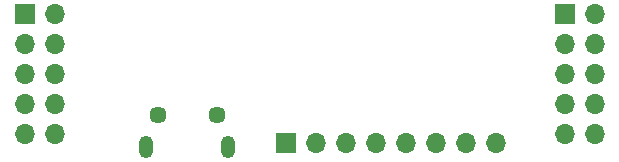
<source format=gbr>
%TF.GenerationSoftware,KiCad,Pcbnew,5.99.0-unknown-476558e~101~ubuntu19.10.1*%
%TF.CreationDate,2020-07-07T10:55:02+02:00*%
%TF.ProjectId,matrixctl,6d617472-6978-4637-946c-2e6b69636164,rev?*%
%TF.SameCoordinates,Original*%
%TF.FileFunction,Soldermask,Bot*%
%TF.FilePolarity,Negative*%
%FSLAX46Y46*%
G04 Gerber Fmt 4.6, Leading zero omitted, Abs format (unit mm)*
G04 Created by KiCad (PCBNEW 5.99.0-unknown-476558e~101~ubuntu19.10.1) date 2020-07-07 10:55:02*
%MOMM*%
%LPD*%
G01*
G04 APERTURE LIST*
%ADD10O,1.200000X1.900000*%
%ADD11C,1.450000*%
%ADD12O,1.700000X1.700000*%
%ADD13R,1.700000X1.700000*%
G04 APERTURE END LIST*
D10*
%TO.C,J104*%
X116300000Y-118137500D03*
X109300000Y-118137500D03*
D11*
X115300000Y-115437500D03*
X110300000Y-115437500D03*
%TD*%
D12*
%TO.C,J103*%
X138980000Y-117800000D03*
X136440000Y-117800000D03*
X133900000Y-117800000D03*
X131360000Y-117800000D03*
X128820000Y-117800000D03*
X126280000Y-117800000D03*
X123740000Y-117800000D03*
D13*
X121200000Y-117800000D03*
%TD*%
%TO.C,J102*%
X144780000Y-106875000D03*
D12*
X147320000Y-106875000D03*
X144780000Y-109415000D03*
X147320000Y-109415000D03*
X144780000Y-111955000D03*
X147320000Y-111955000D03*
X144780000Y-114495000D03*
X147320000Y-114495000D03*
X144780000Y-117035000D03*
X147320000Y-117035000D03*
%TD*%
%TO.C,J101*%
X101600000Y-117035000D03*
X99060000Y-117035000D03*
X101600000Y-114495000D03*
X99060000Y-114495000D03*
X101600000Y-111955000D03*
X99060000Y-111955000D03*
X101600000Y-109415000D03*
X99060000Y-109415000D03*
X101600000Y-106875000D03*
D13*
X99060000Y-106875000D03*
%TD*%
M02*

</source>
